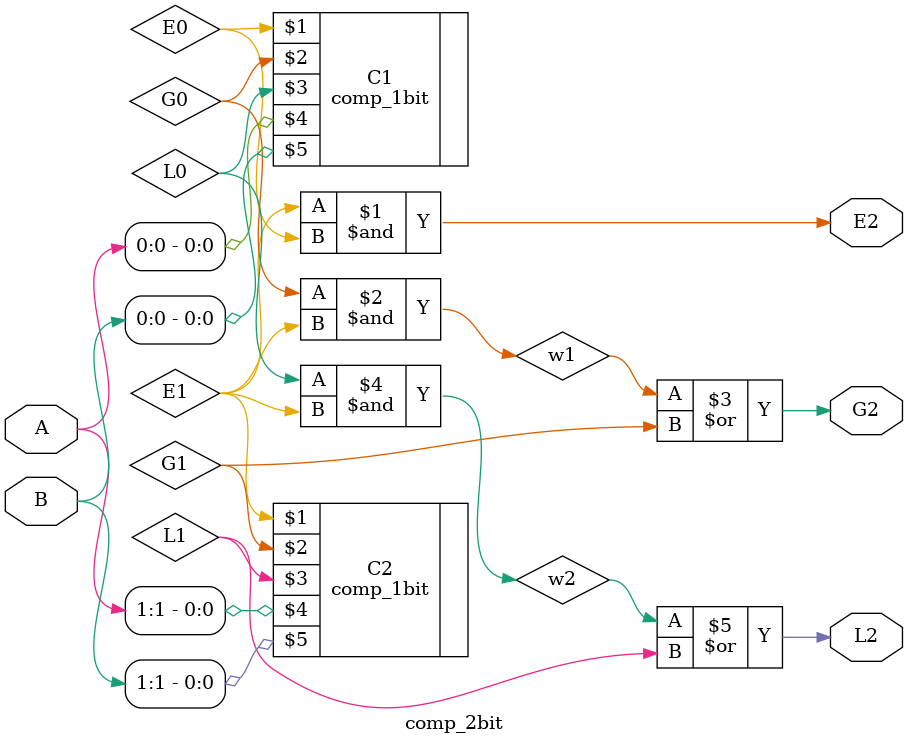
<source format=v>
`timescale 1ns / 1ps


module comp_2bit(output E2,G2,L2, input [1:0] A,B);
wire E0,E1,G0,G1,L0,L1;
wire w1,w2;

    //Logic
    comp_1bit C1(E0,G0,L0,A[0],B[0]);
    comp_1bit C2(E1,G1,L1,A[1],B[1]);
    and A1(E2,E1,E0);
    and A2(w1,G0,E1);
    or A3(G2,w1,G1);
    and A4(w2,L0,E1);
    or A5(L2,w2,L1);
        
endmodule

</source>
